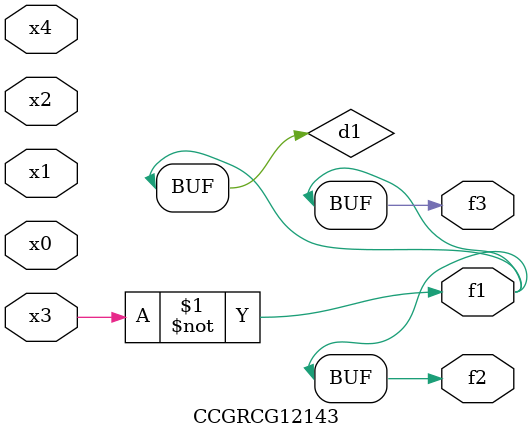
<source format=v>
module CCGRCG12143(
	input x0, x1, x2, x3, x4,
	output f1, f2, f3
);

	wire d1, d2;

	xnor (d1, x3);
	not (d2, x1);
	assign f1 = d1;
	assign f2 = d1;
	assign f3 = d1;
endmodule

</source>
